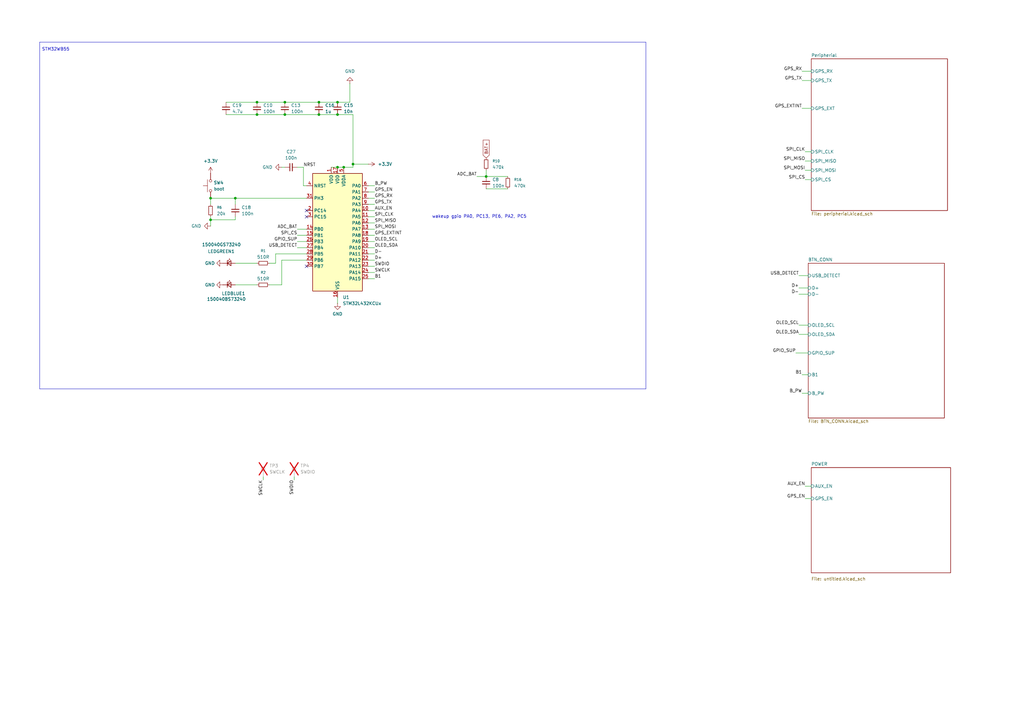
<source format=kicad_sch>
(kicad_sch (version 20250114) (generator "eeschema") (generator_version "9.0")
  (paper "A3")
  (lib_symbols
    (symbol "Connector:TestPoint" (pin_numbers (hide yes)) (pin_names (offset 0.762) (hide yes))
      (property "Reference" "TP" (at 0 6.858 0))
      (property "Value" "TestPoint" (at 0 5.08 0))
      (symbol "TestPoint_0_1"
        (circle (center 0 3.302) (radius 0.762))
      )
      (symbol "TestPoint_1_1"
        (pin passive line (at 0 0 90) (length 2.54) (name "1") (number "1"))
      )
    )
    (symbol "Device:C_Small" (pin_numbers (hide yes)) (pin_names (offset 0.254) (hide yes))
      (property "Reference" "C" (at 0.254 1.778 0))
      (property "Value" "C_Small" (at 0.254 -2.032 0))
      (symbol "C_Small_0_1"
        (polyline (pts (xy -1.524 0.508) (xy 1.524 0.508)) (stroke (width 0.3048)))
        (polyline (pts (xy -1.524 -0.508) (xy 1.524 -0.508)) (stroke (width 0.3302)))
      )
      (symbol "C_Small_1_1"
        (pin passive line (at 0 2.54 270) (length 2.032) (name "~") (number "1"))
        (pin passive line (at 0 -2.54 90) (length 2.032) (name "~") (number "2"))
      )
    )
    (symbol "Device:LED_Small" (pin_numbers (hide yes)) (pin_names (offset 0.254) (hide yes))
      (property "Reference" "D" (at -1.27 3.175 0))
      (property "Value" "LED_Small" (at -4.445 -2.54 0))
      (symbol "LED_Small_0_1"
        (polyline (pts (xy -0.762 -1.016) (xy -0.762 1.016)) (stroke (width 0.254)))
        (polyline (pts (xy 0 0.762) (xy -0.508 1.27) (xy -0.254 1.27) (xy -0.508 1.27) (xy -0.508 1.016)))
        (polyline (pts (xy 0.508 1.27) (xy 0 1.778) (xy 0.254 1.778) (xy 0 1.778) (xy 0 1.524)))
        (polyline (pts (xy 0.762 -1.016) (xy -0.762 0) (xy 0.762 1.016) (xy 0.762 -1.016)) (stroke (width 0.254)))
        (polyline (pts (xy 1.016 0) (xy -0.762 0)))
      )
      (symbol "LED_Small_1_1"
        (pin passive line (at -2.54 0 0) (length 1.778) (name "K") (number "1"))
        (pin passive line (at 2.54 0 180) (length 1.778) (name "A") (number "2"))
      )
    )
    (symbol "LED_Small_1" (pin_numbers (hide yes)) (pin_names (offset 0.254) (hide yes))
      (property "Reference" "D" (at -1.27 3.175 0))
      (property "Value" "LED_Small" (at -4.445 -2.54 0))
      (symbol "LED_Small_1_0_1"
        (polyline (pts (xy -0.762 -1.016) (xy -0.762 1.016)) (stroke (width 0.254)))
        (polyline (pts (xy 0 0.762) (xy -0.508 1.27) (xy -0.254 1.27) (xy -0.508 1.27) (xy -0.508 1.016)))
        (polyline (pts (xy 0.508 1.27) (xy 0 1.778) (xy 0.254 1.778) (xy 0 1.778) (xy 0 1.524)))
        (polyline (pts (xy 0.762 -1.016) (xy -0.762 0) (xy 0.762 1.016) (xy 0.762 -1.016)) (stroke (width 0.254)))
        (polyline (pts (xy 1.016 0) (xy -0.762 0)))
      )
      (symbol "LED_Small_1_1_1"
        (pin passive line (at -2.54 0 0) (length 1.778) (name "K") (number "1"))
        (pin passive line (at 2.54 0 180) (length 1.778) (name "A") (number "2"))
      )
    )
    (symbol "MCU_ST_STM32L4:STM32L432KCUx"
      (property "Reference" "U" (at -10.16 26.67 0))
      (property "Value" "STM32L432KCUx" (at 5.08 26.67 0))
      (symbol "STM32L432KCUx_0_1"
        (rectangle (start -10.16 -22.86) (end 10.16 25.4) (stroke (width 0.254)) (fill (type background)))
      )
      (symbol "STM32L432KCUx_1_1"
        (pin input line (at -12.7 20.32 0) (length 2.54) (name "NRST") (number "4"))
        (pin bidirectional line (at -12.7 15.24 0) (length 2.54) (name "PH3") (number "31"))
        (pin bidirectional line (at -12.7 10.16 0) (length 2.54) (name "PC14") (number "2"))
        (pin bidirectional line (at -12.7 7.62 0) (length 2.54) (name "PC15") (number "3"))
        (pin bidirectional line (at -12.7 2.54 0) (length 2.54) (name "PB0") (number "14"))
        (pin bidirectional line (at -12.7 0 0) (length 2.54) (name "PB1") (number "15"))
        (pin bidirectional line (at -12.7 -2.54 0) (length 2.54) (name "PB3") (number "26"))
        (pin bidirectional line (at -12.7 -5.08 0) (length 2.54) (name "PB4") (number "27"))
        (pin bidirectional line (at -12.7 -7.62 0) (length 2.54) (name "PB5") (number "28"))
        (pin bidirectional line (at -12.7 -10.16 0) (length 2.54) (name "PB6") (number "29"))
        (pin bidirectional line (at -12.7 -12.7 0) (length 2.54) (name "PB7") (number "30"))
        (pin power_in line (at -2.54 27.94 270) (length 2.54) (name "VDD") (number "1"))
        (pin power_in line (at 0 27.94 270) (length 2.54) (name "VDD") (number "17"))
        (pin power_in line (at 0 -25.4 90) (length 2.54) (name "VSS") (number "16"))
        (pin passive line (at 0 -25.4 90) (length 2.54) (hide yes) (name "VSS") (number "32"))
        (pin passive line (at 0 -25.4 90) (length 2.54) (hide yes) (name "VSS") (number "33"))
        (pin power_in line (at 2.54 27.94 270) (length 2.54) (name "VDDA") (number "5"))
        (pin bidirectional line (at 12.7 20.32 180) (length 2.54) (name "PA0") (number "6"))
        (pin bidirectional line (at 12.7 17.78 180) (length 2.54) (name "PA1") (number "7"))
        (pin bidirectional line (at 12.7 15.24 180) (length 2.54) (name "PA2") (number "8"))
        (pin bidirectional line (at 12.7 12.7 180) (length 2.54) (name "PA3") (number "9"))
        (pin bidirectional line (at 12.7 10.16 180) (length 2.54) (name "PA4") (number "10"))
        (pin bidirectional line (at 12.7 7.62 180) (length 2.54) (name "PA5") (number "11"))
        (pin bidirectional line (at 12.7 5.08 180) (length 2.54) (name "PA6") (number "12"))
        (pin bidirectional line (at 12.7 2.54 180) (length 2.54) (name "PA7") (number "13"))
        (pin bidirectional line (at 12.7 0 180) (length 2.54) (name "PA8") (number "18"))
        (pin bidirectional line (at 12.7 -2.54 180) (length 2.54) (name "PA9") (number "19"))
        (pin bidirectional line (at 12.7 -5.08 180) (length 2.54) (name "PA10") (number "20"))
        (pin bidirectional line (at 12.7 -7.62 180) (length 2.54) (name "PA11") (number "21"))
        (pin bidirectional line (at 12.7 -10.16 180) (length 2.54) (name "PA12") (number "22"))
        (pin bidirectional line (at 12.7 -12.7 180) (length 2.54) (name "PA13") (number "23"))
        (pin bidirectional line (at 12.7 -15.24 180) (length 2.54) (name "PA14") (number "24"))
        (pin bidirectional line (at 12.7 -17.78 180) (length 2.54) (name "PA15") (number "25"))
      )
    )
    (symbol "R_Small_1" (pin_numbers (hide yes)) (pin_names (offset 0.254) (hide yes))
      (property "Reference" "R" (at 0 0 90))
      (property "Value" "R_Small" (at 1.778 0 90))
      (symbol "R_Small_1_0_1"
        (rectangle (start -0.762 1.778) (end 0.762 -1.778) (stroke (width 0.2032)))
      )
      (symbol "R_Small_1_1_1"
        (pin passive line (at 0 2.54 270) (length 0.762) (name "~") (number "1"))
        (pin passive line (at 0 -2.54 90) (length 0.762) (name "~") (number "2"))
      )
    )
    (symbol "Switch:SW_Push" (pin_numbers (hide yes)) (pin_names (offset 1.016) (hide yes))
      (property "Reference" "SW" (at 1.27 2.54 0))
      (property "Value" "SW_Push" (at 0 -1.524 0))
      (symbol "SW_Push_0_1"
        (circle (center -2.032 0) (radius 0.508))
        (polyline (pts (xy 0 1.27) (xy 0 3.048)))
        (circle (center 2.032 0) (radius 0.508))
        (polyline (pts (xy 2.54 1.27) (xy -2.54 1.27)))
        (pin passive line (at -5.08 0 0) (length 2.54) (name "1") (number "1"))
        (pin passive line (at 5.08 0 180) (length 2.54) (name "2") (number "2"))
      )
    )
    (symbol "power:+3.3V" (power) (pin_numbers (hide yes)) (pin_names (offset 0) (hide yes))
      (property "Value" "+3.3V" (at 0 3.556 0))
      (symbol "+3.3V_0_1"
        (polyline (pts (xy -0.762 1.27) (xy 0 2.54)))
        (polyline (pts (xy 0 2.54) (xy 0.762 1.27)))
        (polyline (pts (xy 0 0) (xy 0 2.54)))
      )
      (symbol "+3.3V_1_1"
        (pin power_in line (at 0 0 90) (length 0) (name "~") (number "1"))
      )
    )
    (symbol "power:GND" (power) (pin_numbers (hide yes)) (pin_names (offset 0) (hide yes))
      (property "Value" "GND" (at 0 -3.81 0))
      (symbol "GND_0_1"
        (polyline (pts (xy 0 0) (xy 0 -1.27) (xy 1.27 -1.27) (xy 0 -2.54) (xy -1.27 -1.27) (xy 0 -1.27)))
      )
      (symbol "GND_1_1"
        (pin power_in line (at 0 0 270) (length 0) (name "~") (number "1"))
      )
    )
  )
  (rectangle (start 16.256 17.272) (end 264.922 159.512))
  (text "STM32WB55" (at 22.86 20.32 0) (effects (font (size 1.27 1.27))))
  (text "wakeup gpio PA0, PC13, PE6, PA2, PC5" (at 196.596 88.9 0) (effects (font (size 1.27 1.27))))
  (junction (at 116.84 46.99))
  (junction (at 86.36 90.17))
  (junction (at 86.36 81.28))
  (junction (at 199.39 72.39))
  (junction (at 138.43 68.58))
  (junction (at 105.41 41.91))
  (junction (at 138.43 41.91))
  (junction (at 140.97 68.58))
  (junction (at 144.78 67.31))
  (junction (at 130.81 46.99))
  (junction (at 116.84 41.91))
  (junction (at 105.41 46.99))
  (junction (at 96.52 81.28))
  (junction (at 130.81 41.91))
  (junction (at 138.43 46.99))
  (no_connect (at 125.73 109.22))
  (no_connect (at 125.73 88.9))
  (no_connect (at 125.73 86.36))
  (wire (pts (xy 328.93 44.45) (xy 332.74 44.45)))
  (wire (pts (xy 199.39 69.85) (xy 199.39 72.39)))
  (wire (pts (xy 153.67 101.6) (xy 151.13 101.6)))
  (wire (pts (xy 125.73 76.2) (xy 124.46 76.2)))
  (wire (pts (xy 130.81 41.91) (xy 138.43 41.91)))
  (wire (pts (xy 153.67 93.98) (xy 151.13 93.98)))
  (wire (pts (xy 330.2 69.85) (xy 332.74 69.85)))
  (wire (pts (xy 86.36 90.17) (xy 86.36 92.71)))
  (wire (pts (xy 327.66 120.65) (xy 331.47 120.65)))
  (wire (pts (xy 327.66 137.16) (xy 331.47 137.16)))
  (wire (pts (xy 144.78 46.99) (xy 144.78 67.31)))
  (wire (pts (xy 138.43 41.91) (xy 143.51 41.91)))
  (wire (pts (xy 153.67 81.28) (xy 151.13 81.28)))
  (wire (pts (xy 125.73 106.68) (xy 115.57 106.68)))
  (wire (pts (xy 121.92 101.6) (xy 125.73 101.6)))
  (wire (pts (xy 328.93 29.21) (xy 332.74 29.21)))
  (wire (pts (xy 140.97 68.58) (xy 144.78 68.58)))
  (wire (pts (xy 153.67 96.52) (xy 151.13 96.52)))
  (wire (pts (xy 121.92 68.58) (xy 124.46 68.58)))
  (wire (pts (xy 121.92 99.06) (xy 125.73 99.06)))
  (wire (pts (xy 327.66 133.35) (xy 331.47 133.35)))
  (wire (pts (xy 96.52 81.28) (xy 96.52 83.82)))
  (wire (pts (xy 105.41 41.91) (xy 116.84 41.91)))
  (wire (pts (xy 96.52 88.9) (xy 96.52 90.17)))
  (wire (pts (xy 130.81 46.99) (xy 138.43 46.99)))
  (wire (pts (xy 96.52 90.17) (xy 86.36 90.17)))
  (wire (pts (xy 110.49 107.95) (xy 113.03 107.95)))
  (wire (pts (xy 153.67 111.76) (xy 151.13 111.76)))
  (wire (pts (xy 153.67 99.06) (xy 151.13 99.06)))
  (wire (pts (xy 115.57 106.68) (xy 115.57 116.84)))
  (wire (pts (xy 153.67 104.14) (xy 151.13 104.14)))
  (wire (pts (xy 115.57 68.58) (xy 116.84 68.58)))
  (wire (pts (xy 208.28 72.39) (xy 199.39 72.39)))
  (wire (pts (xy 86.36 88.9) (xy 86.36 90.17)))
  (wire (pts (xy 113.03 107.95) (xy 113.03 104.14)))
  (wire (pts (xy 153.67 114.3) (xy 151.13 114.3)))
  (wire (pts (xy 199.39 77.47) (xy 208.28 77.47)))
  (wire (pts (xy 138.43 124.46) (xy 138.43 121.92)))
  (wire (pts (xy 153.67 88.9) (xy 151.13 88.9)))
  (wire (pts (xy 124.46 68.58) (xy 124.46 76.2)))
  (wire (pts (xy 86.36 83.82) (xy 86.36 81.28)))
  (wire (pts (xy 144.78 67.31) (xy 144.78 68.58)))
  (wire (pts (xy 116.84 41.91) (xy 130.81 41.91)))
  (wire (pts (xy 153.67 76.2) (xy 151.13 76.2)))
  (wire (pts (xy 326.39 144.78) (xy 331.47 144.78)))
  (wire (pts (xy 105.41 46.99) (xy 116.84 46.99)))
  (wire (pts (xy 105.41 107.95) (xy 96.52 107.95)))
  (wire (pts (xy 153.67 91.44) (xy 151.13 91.44)))
  (wire (pts (xy 330.2 204.47) (xy 332.74 204.47)))
  (wire (pts (xy 135.89 68.58) (xy 138.43 68.58)))
  (wire (pts (xy 328.93 153.67) (xy 331.47 153.67)))
  (wire (pts (xy 120.65 196.85) (xy 120.65 195.58)))
  (wire (pts (xy 86.36 81.28) (xy 96.52 81.28)))
  (wire (pts (xy 92.71 41.91) (xy 105.41 41.91)))
  (wire (pts (xy 327.66 113.03) (xy 331.47 113.03)))
  (wire (pts (xy 195.58 72.39) (xy 199.39 72.39)))
  (wire (pts (xy 116.84 46.99) (xy 130.81 46.99)))
  (wire (pts (xy 121.92 96.52) (xy 125.73 96.52)))
  (wire (pts (xy 330.2 62.23) (xy 332.74 62.23)))
  (wire (pts (xy 138.43 68.58) (xy 140.97 68.58)))
  (wire (pts (xy 113.03 104.14) (xy 125.73 104.14)))
  (wire (pts (xy 105.41 116.84) (xy 96.52 116.84)))
  (wire (pts (xy 153.67 78.74) (xy 151.13 78.74)))
  (wire (pts (xy 151.13 67.31) (xy 144.78 67.31)))
  (wire (pts (xy 330.2 66.04) (xy 332.74 66.04)))
  (wire (pts (xy 92.71 46.99) (xy 105.41 46.99)))
  (wire (pts (xy 153.67 83.82) (xy 151.13 83.82)))
  (wire (pts (xy 107.95 196.85) (xy 107.95 195.58)))
  (wire (pts (xy 328.93 161.29) (xy 331.47 161.29)))
  (wire (pts (xy 153.67 109.22) (xy 151.13 109.22)))
  (wire (pts (xy 330.2 199.39) (xy 332.74 199.39)))
  (wire (pts (xy 153.67 86.36) (xy 151.13 86.36)))
  (wire (pts (xy 115.57 116.84) (xy 110.49 116.84)))
  (wire (pts (xy 96.52 81.28) (xy 125.73 81.28)))
  (wire (pts (xy 143.51 34.29) (xy 143.51 41.91)))
  (wire (pts (xy 330.2 73.66) (xy 332.74 73.66)))
  (wire (pts (xy 328.93 33.02) (xy 332.74 33.02)))
  (wire (pts (xy 138.43 46.99) (xy 144.78 46.99)))
  (wire (pts (xy 327.66 118.11) (xy 331.47 118.11)))
  (wire (pts (xy 121.92 93.98) (xy 125.73 93.98)))
  (wire (pts (xy 153.67 106.68) (xy 151.13 106.68)))
  (label "D-" (at 153.67 104.14 0))
  (label "SPI_MISO" (at 330.2 66.04 180))
  (label "B1" (at 153.67 114.3 0))
  (label "USB_DETECT" (at 327.66 113.03 180))
  (label "ADC_BAT" (at 121.92 93.98 180))
  (label "SPI_CLK" (at 153.67 88.9 0))
  (label "NRST" (at 124.46 68.58 0))
  (label "GPS_RX" (at 328.93 29.21 180))
  (label "GPS_TX" (at 328.93 33.02 180))
  (label "SWCLK" (at 107.95 196.85 270))
  (label "GPIO_SUP" (at 326.39 144.78 180))
  (label "GPS_EN" (at 330.2 204.47 180))
  (label "D+" (at 327.66 118.11 180))
  (label "OLED_SCL" (at 153.67 99.06 0))
  (label "AUX_EN" (at 153.67 86.36 0))
  (label "OLED_SDA" (at 327.66 137.16 180))
  (label "SWCLK" (at 153.67 111.76 0))
  (label "AUX_EN" (at 330.2 199.39 180))
  (label "SPI_MOSI" (at 330.2 69.85 180))
  (label "USB_DETECT" (at 121.92 101.6 180))
  (label "GPIO_SUP" (at 121.92 99.06 180))
  (label "GPS_EXTINT" (at 328.93 44.45 180))
  (label "GPS_EN" (at 153.67 78.74 0))
  (label "SPI_CS" (at 121.92 96.52 180))
  (label "D-" (at 327.66 120.65 180))
  (label "B1" (at 328.93 153.67 180))
  (label "OLED_SDA" (at 153.67 101.6 0))
  (label "SWDIO" (at 120.65 196.85 270))
  (label "SPI_CLK" (at 330.2 62.23 180))
  (label "B_PW" (at 153.67 76.2 0))
  (label "SPI_MOSI" (at 153.67 93.98 0))
  (label "GPS_EXTINT" (at 153.67 96.52 0))
  (label "GPS_RX" (at 153.67 81.28 0))
  (label "SWDIO" (at 153.67 109.22 0))
  (label "SPI_MISO" (at 153.67 91.44 0))
  (label "ADC_BAT" (at 195.58 72.39 180))
  (label "SPI_CS" (at 330.2 73.66 180))
  (label "D+" (at 153.67 106.68 0))
  (label "GPS_TX" (at 153.67 83.82 0))
  (label "B_PW" (at 328.93 161.29 180))
  (label "OLED_SCL" (at 327.66 133.35 180))
  (global_label "BAT+" (shape input) (at 199.39 64.77 90) (property "Intersheetrefs" "${INTERSHEET_REFS}" (effects (hide yes))))
  (symbol (lib_id "power:GND") (at 115.57 68.58 270) (unit 1)
    (property "Reference" "#PWR029" (effects (hide yes)))
    (property "Value" "GND" (at 111.76 68.5799 90) (effects (justify right)))
    (property "Description" "Power symbol creates a global label with name \"GND\" , ground" (effects (hide yes)))
  )
  (symbol (lib_id "power:GND") (at 91.44 116.84 270) (mirror x) (unit 1)
    (property "Reference" "#PWR047" (effects (hide yes)))
    (property "Value" "GND" (at 88.138 116.8399 90) (effects (justify right)))
    (property "Description" "Power symbol creates a global label with name \"GND\" , ground" (effects (hide yes)))
  )
  (symbol (lib_id "Device:C_Small") (at 116.84 44.45 0) (unit 1)
    (property "Reference" "C13" (at 119.38 43.1862 0) (effects (justify left)))
    (property "Value" "100n" (at 119.38 45.7262 0) (effects (justify left)))
    (property "Footprint" "Capacitor_SMD:C_0201_0603Metric_Pad0.64x0.40mm_HandSolder" (effects (hide yes)))
    (property "Description" "Unpolarized capacitor, small symbol" (effects (hide yes)))
  )
  (symbol (lib_id "power:GND") (at 138.43 124.46 0) (unit 1)
    (property "Reference" "#PWR038" (effects (hide yes)))
    (property "Value" "GND" (at 138.43 128.778 0))
    (property "Description" "Power symbol creates a global label with name \"GND\" , ground" (effects (hide yes)))
  )
  (symbol (lib_id "Device:C_Small") (at 119.38 68.58 90) (unit 1)
    (property "Reference" "C27" (at 119.3863 62.23 90))
    (property "Value" "100n" (at 119.3863 64.77 90))
    (property "Footprint" "Capacitor_SMD:C_0201_0603Metric_Pad0.64x0.40mm_HandSolder" (effects (hide yes)))
    (property "Description" "Unpolarized capacitor, small symbol" (effects (hide yes)))
  )
  (symbol (lib_id "MCU_ST_STM32L4:STM32L432KCUx") (at 138.43 96.52 0) (unit 1)
    (property "Reference" "U1" (at 140.5733 121.92 0) (effects (justify left)))
    (property "Value" "STM32L432KCUx" (at 140.5733 124.46 0) (effects (justify left)))
    (property "Footprint" "Package_DFN_QFN:QFN-32-1EP_5x5mm_P0.5mm_EP3.45x3.45mm" (effects (hide yes)))
    (property "Datasheet" "https://www.st.com/resource/en/datasheet/stm32l432kc.pdf" (effects (hide yes)))
    (property "Description" "STMicroelectronics Arm Cortex-M4 MCU, 256KB flash, 64KB RAM, 80 MHz, 1.71-3.6V, 26 GPIO, UFQFPN32" (effects (hide yes)))
    (property "Mouser Part Number" "511-STM32L432KCU6" (effects (hide yes)))
    (property "Mouser Price/Stock" "https://www.mouser.fr/ProductDetail/STMicroelectronics/STM32L432KCU6?qs=dTJS0cRn7oiybcTRwI97Tw%3D%3D" (effects (hide yes)))
  )
  (symbol (lib_name "R_Small_1") (lib_id "Device:R_Small") (at 208.28 74.93 180) (unit 1)
    (property "Reference" "R16" (at 210.82 73.6599 0) (effects (font (size 1.016 1.016)) (justify right)))
    (property "Value" "470k" (at 210.82 76.1999 0) (effects (justify right)))
    (property "Footprint" "Resistor_SMD:R_0201_0603Metric_Pad0.64x0.40mm_HandSolder" (effects (hide yes)))
    (property "Description" "Resistor, small symbol" (effects (hide yes)))
    (property "Mouser Part Number" "603-AC0201FR-07470KL" (effects (hide yes)))
    (property "Mouser Price/Stock" "https://www.mouser.fr/ProductDetail/YAGEO/AC0201FR-07470KL?qs=NgbZBzc1CyH0J6cte9SzFw%3D%3D" (effects (hide yes)))
  )
  (symbol (lib_name "R_Small_1") (lib_id "Device:R_Small") (at 107.95 116.84 270) (mirror x) (unit 1)
    (property "Reference" "R2" (at 107.95 111.76 90) (effects (font (size 1.016 1.016))))
    (property "Value" "510R" (at 107.95 114.3 90))
    (property "Footprint" "Resistor_SMD:R_0201_0603Metric_Pad0.64x0.40mm_HandSolder" (effects (hide yes)))
    (property "Description" "Resistor, small symbol" (effects (hide yes)))
    (property "Mouser Part Number" "603-RC0201JR-07510RL" (effects (hide yes)))
    (property "Mouser Price/Stock" "https://www.mouser.fr/ProductDetail/YAGEO/RC0201JR-07510RL?qs=Q4gDqC5t5%2FDAdrMT21SmCw%3D%3D" (effects (hide yes)))
  )
  (symbol (lib_id "Device:C_Small") (at 130.81 44.45 0) (unit 1)
    (property "Reference" "C16" (at 133.35 43.1862 0) (effects (justify left)))
    (property "Value" "1u" (at 133.35 45.7262 0) (effects (justify left)))
    (property "Footprint" "Capacitor_SMD:C_0402_1005Metric" (effects (hide yes)))
    (property "Description" "Unpolarized capacitor, small symbol" (effects (hide yes)))
  )
  (symbol (lib_name "R_Small_1") (lib_id "Device:R_Small") (at 199.39 67.31 0) (unit 1)
    (property "Reference" "R10" (at 201.93 66.0399 0) (effects (font (size 1.016 1.016)) (justify left)))
    (property "Value" "470k" (at 201.93 68.5799 0) (effects (justify left)))
    (property "Footprint" "Resistor_SMD:R_0201_0603Metric_Pad0.64x0.40mm_HandSolder" (effects (hide yes)))
    (property "Description" "Resistor, small symbol" (effects (hide yes)))
    (property "Mouser Part Number" "603-AC0201FR-07470KL" (effects (hide yes)))
    (property "Mouser Price/Stock" "https://www.mouser.fr/ProductDetail/YAGEO/AC0201FR-07470KL?qs=NgbZBzc1CyH0J6cte9SzFw%3D%3D" (effects (hide yes)))
  )
  (symbol (lib_name "R_Small_1") (lib_id "Device:R_Small") (at 107.95 107.95 270) (mirror x) (unit 1)
    (property "Reference" "R1" (at 107.95 102.87 90) (effects (font (size 1.016 1.016))))
    (property "Value" "510R" (at 107.95 105.41 90))
    (property "Footprint" "Resistor_SMD:R_0201_0603Metric_Pad0.64x0.40mm_HandSolder" (effects (hide yes)))
    (property "Description" "Resistor, small symbol" (effects (hide yes)))
    (property "Mouser Part Number" "603-RC0201JR-07510RL" (effects (hide yes)))
    (property "Mouser Price/Stock" "https://www.mouser.fr/ProductDetail/YAGEO/RC0201JR-07510RL?qs=Q4gDqC5t5%2FDAdrMT21SmCw%3D%3D" (effects (hide yes)))
  )
  (symbol (lib_id "Device:C_Small") (at 199.39 74.93 0) (unit 1)
    (property "Reference" "C8" (at 201.93 73.6662 0) (effects (justify left)))
    (property "Value" "100n" (at 201.93 76.2062 0) (effects (justify left)))
    (property "Footprint" "Capacitor_SMD:C_0201_0603Metric_Pad0.64x0.40mm_HandSolder" (effects (hide yes)))
    (property "Description" "Unpolarized capacitor, small symbol" (effects (hide yes)))
  )
  (symbol (lib_id "Device:C_Small") (at 105.41 44.45 0) (unit 1)
    (property "Reference" "C10" (at 107.95 43.1862 0) (effects (justify left)))
    (property "Value" "100n" (at 107.95 45.7262 0) (effects (justify left)))
    (property "Footprint" "Capacitor_SMD:C_0201_0603Metric_Pad0.64x0.40mm_HandSolder" (effects (hide yes)))
    (property "Description" "Unpolarized capacitor, small symbol" (effects (hide yes)))
  )
  (symbol (lib_id "power:GND") (at 143.51 34.29 180) (unit 1)
    (property "Reference" "#PWR027" (effects (hide yes)))
    (property "Value" "GND" (at 143.51 29.21 0))
    (property "Description" "Power symbol creates a global label with name \"GND\" , ground" (effects (hide yes)))
  )
  (symbol (lib_id "power:+3.3V") (at 86.36 71.12 0) (unit 1)
    (property "Reference" "#PWR031" (effects (hide yes)))
    (property "Value" "+3.3V" (at 86.36 66.04 0))
    (property "Description" "Power symbol creates a global label with name \"+3.3V\"" (effects (hide yes)))
  )
  (symbol (lib_id "Connector:TestPoint") (at 120.65 195.58 0) (unit 1) (dnp yes)
    (property "Reference" "TP4" (at 123.19 191.0079 0) (effects (justify left)))
    (property "Value" "SWDIO" (at 123.19 193.5479 0) (effects (justify left)))
    (property "Footprint" "samacsys:pad_0.7mm" (effects (hide yes)))
    (property "Description" "test point" (effects (hide yes)))
  )
  (symbol (lib_id "power:GND") (at 86.36 92.71 270) (unit 1)
    (property "Reference" "#PWR030" (effects (hide yes)))
    (property "Value" "GND" (at 82.55 92.7099 90) (effects (justify right)))
    (property "Description" "Power symbol creates a global label with name \"GND\" , ground" (effects (hide yes)))
  )
  (symbol (lib_name "R_Small_1") (lib_id "Device:R_Small") (at 86.36 86.36 0) (unit 1)
    (property "Reference" "R6" (at 88.9 85.0899 0) (effects (font (size 1.016 1.016)) (justify left)))
    (property "Value" "20k" (at 88.9 87.6299 0) (effects (justify left)))
    (property "Footprint" "Resistor_SMD:R_0201_0603Metric_Pad0.64x0.40mm_HandSolder" (effects (hide yes)))
    (property "Description" "Resistor, small symbol" (effects (hide yes)))
    (property "Mouser Part Number" "603-AC0201FR-0720KL" (effects (hide yes)))
    (property "Mouser Price/Stock" "https://www.mouser.fr/ProductDetail/YAGEO/AC0201FR-0720KL?qs=NgbZBzc1CyEbaKDOC3%252BFfg%3D%3D" (effects (hide yes)))
  )
  (symbol (lib_id "Device:C_Small") (at 138.43 44.45 0) (unit 1)
    (property "Reference" "C15" (at 140.97 43.1862 0) (effects (justify left)))
    (property "Value" "10n" (at 140.97 45.7262 0) (effects (justify left)))
    (property "Footprint" "Capacitor_SMD:C_0201_0603Metric_Pad0.64x0.40mm_HandSolder" (effects (hide yes)))
    (property "Description" "Unpolarized capacitor, small symbol" (effects (hide yes)))
  )
  (symbol (lib_name "LED_Small_1") (lib_id "Device:LED_Small") (at 93.98 107.95 0) (unit 1)
    (property "Reference" "LEDGREEN1" (at 96.266 103.124 0) (effects (justify right)))
    (property "Value" "150040GS73240" (at 98.806 100.33 0) (effects (justify right)))
    (property "Footprint" "LED_SMD:LED_0402_1005Metric" (effects (hide yes)))
    (property "Description" "Light emitting diode, small symbol" (effects (hide yes)))
    (property "Sim.Pin" "1=K 2=A" (effects (hide yes)))
    (property "Manufacturer_Name" "Wurth Elektronik" (effects (hide yes)))
    (property "Manufacturer_Part_Number" "150040GS73240" (effects (hide yes)))
    (property "Mouser Part Number" "710-150040GS73240" (effects (hide yes)))
    (property "Mouser Price/Stock" "https://www.mouser.fr/ProductDetail/Wurth-Elektronik/150040GS73240?qs=fAHHVMwC%252Bbgmx0FZHKuCJg%3D%3D" (effects (hide yes)))
  )
  (symbol (lib_id "Switch:SW_Push") (at 86.36 76.2 90) (unit 1)
    (property "Reference" "SW4" (at 87.63 74.9299 90) (effects (justify right)))
    (property "Value" "boot" (at 87.63 77.4699 90) (effects (justify right)))
    (property "Footprint" "samacsys:KXT341LHS" (effects (hide yes)))
    (property "Description" "Push button switch, generic, two pins" (effects (hide yes)))
    (property "Mouser Part Number" "611-KXT341LHS" (effects (hide yes)))
    (property "Mouser Price/Stock" "https://www.mouser.fr/ProductDetail/CK/KXT-341-LHS?qs=W%2FMpXkg%252BdQ4NFpiYOsuiiw%3D%3D" (effects (hide yes)))
  )
  (symbol (lib_id "Device:C_Small") (at 92.71 44.45 0) (unit 1)
    (property "Reference" "C19" (at 95.25 43.1862 0) (effects (justify left)))
    (property "Value" "4.7u" (at 95.25 45.7262 0) (effects (justify left)))
    (property "Footprint" "Capacitor_SMD:C_0402_1005Metric" (effects (hide yes)))
    (property "Description" "Unpolarized capacitor, small symbol" (effects (hide yes)))
  )
  (symbol (lib_id "Connector:TestPoint") (at 107.95 195.58 0) (unit 1) (dnp yes)
    (property "Reference" "TP3" (at 110.49 191.0079 0) (effects (justify left)))
    (property "Value" "SWCLK" (at 110.49 193.5479 0) (effects (justify left)))
    (property "Footprint" "samacsys:pad_0.7mm" (effects (hide yes)))
    (property "Description" "test point" (effects (hide yes)))
  )
  (symbol (lib_id "Device:LED_Small") (at 93.98 116.84 0) (unit 1)
    (property "Reference" "LEDBLUE1" (at 100.584 120.396 0) (effects (justify right)))
    (property "Value" "150040BS73240" (at 100.838 122.682 0) (effects (justify right)))
    (property "Footprint" "LED_SMD:LED_0402_1005Metric" (effects (hide yes)))
    (property "Description" "Light emitting diode, small symbol" (effects (hide yes)))
    (property "Sim.Pin" "1=K 2=A" (effects (hide yes)))
    (property "Manufacturer_Name" "Wurth Elektronik" (effects (hide yes)))
    (property "Manufacturer_Part_Number" "150040BS73240" (effects (hide yes)))
    (property "Mouser Part Number" "710-150040BS73240" (effects (hide yes)))
    (property "Mouser Price/Stock" "https://www.mouser.fr/ProductDetail/Wurth-Elektronik/150040BS73240?qs=fAHHVMwC%252BbhvR%252BdBIVVrgw%3D%3D" (effects (hide yes)))
  )
  (symbol (lib_id "power:GND") (at 91.44 107.95 270) (mirror x) (unit 1)
    (property "Reference" "#PWR08" (effects (hide yes)))
    (property "Value" "GND" (at 88.138 107.9499 90) (effects (justify right)))
    (property "Description" "Power symbol creates a global label with name \"GND\" , ground" (effects (hide yes)))
  )
  (symbol (lib_id "Device:C_Small") (at 96.52 86.36 0) (unit 1)
    (property "Reference" "C18" (at 99.06 85.0962 0) (effects (justify left)))
    (property "Value" "100n" (at 99.06 87.6362 0) (effects (justify left)))
    (property "Footprint" "Capacitor_SMD:C_0201_0603Metric_Pad0.64x0.40mm_HandSolder" (effects (hide yes)))
    (property "Description" "Unpolarized capacitor, small symbol" (effects (hide yes)))
  )
  (symbol (lib_id "power:+3.3V") (at 151.13 67.31 270) (unit 1)
    (property "Reference" "#PWR028" (effects (hide yes)))
    (property "Value" "+3.3V" (at 154.94 67.3099 90) (effects (justify left)))
    (property "Description" "Power symbol creates a global label with name \"+3.3V\"" (effects (hide yes)))
  )
  (sheet (at 331.47 107.95) (size 55.88 63.5) (stroke (width 0.1524))
    (property "Sheetname" "BTN_CONN" (at 331.47 107.2384 0) (effects (justify left bottom)))
    (property "Sheetfile" "BTN_CONN.kicad_sch" (at 331.47 172.0346 0) (effects (justify left top)))
    (pin "B1" input (at 331.47 153.67 180))
    (pin "B_PW" input (at 331.47 161.29 180))
    (pin "D+" input (at 331.47 118.11 180))
    (pin "D-" input (at 331.47 120.65 180))
    (pin "OLED_SCL" input (at 331.47 133.35 180))
    (pin "OLED_SDA" input (at 331.47 137.16 180))
    (pin "USB_DETECT" input (at 331.47 113.03 180))
    (pin "GPIO_SUP" input (at 331.47 144.78 180))
  )
  (sheet (at 332.74 191.77) (size 57.15 43.18) (stroke (width 0.1524))
    (property "Sheetname" "POWER" (at 332.74 191.0584 0) (effects (justify left bottom)))
    (property "Sheetfile" "untitled.kicad_sch" (at 332.74 236.6776 0) (effects (justify left top)))
    (pin "AUX_EN" input (at 332.74 199.39 180))
    (pin "GPS_EN" input (at 332.74 204.47 180))
  )
  (sheet (at 332.74 24.13) (size 55.88 62.23) (stroke (width 0.1524))
    (property "Sheetname" "Peripherial" (at 332.74 23.4184 0) (effects (justify left bottom)))
    (property "Sheetfile" "peripherial.kicad_sch" (at 332.74 86.9446 0) (effects (justify left top)))
    (pin "GPS_EXT" input (at 332.74 44.45 180))
    (pin "GPS_RX" input (at 332.74 29.21 180))
    (pin "GPS_TX" input (at 332.74 33.02 180))
    (pin "SPI_CLK" input (at 332.74 62.23 180))
    (pin "SPI_CS" input (at 332.74 73.66 180))
    (pin "SPI_MISO" input (at 332.74 66.04 180))
    (pin "SPI_MOSI" input (at 332.74 69.85 180))
  )
)
</source>
